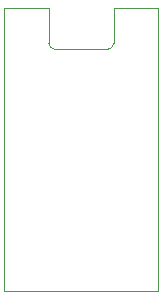
<source format=gm1>
%TF.GenerationSoftware,KiCad,Pcbnew,5.1.0*%
%TF.CreationDate,2019-04-08T01:08:53+02:00*%
%TF.ProjectId,Illumination-PLCC4,496c6c75-6d69-46e6-9174-696f6e2d504c,rev?*%
%TF.SameCoordinates,Original*%
%TF.FileFunction,Profile,NP*%
%FSLAX46Y46*%
G04 Gerber Fmt 4.6, Leading zero omitted, Abs format (unit mm)*
G04 Created by KiCad (PCBNEW 5.1.0) date 2019-04-08 01:08:53*
%MOMM*%
%LPD*%
G04 APERTURE LIST*
%ADD10C,0.100000*%
G04 APERTURE END LIST*
D10*
X143725000Y-156000000D02*
X151275000Y-156000000D01*
X144000000Y-132000000D02*
X144750000Y-132000000D01*
X150250000Y-132000000D02*
X151000000Y-132000000D01*
X145250000Y-135500000D02*
X149750000Y-135500000D01*
X141000000Y-132000000D02*
X141000000Y-156000000D01*
X144750000Y-135000000D02*
X144750000Y-132000000D01*
X150250000Y-135000000D02*
X150250000Y-132000000D01*
X154000000Y-156000000D02*
X154000000Y-132000000D01*
X150250000Y-135000000D02*
G75*
G02X149750000Y-135500000I-500000J0D01*
G01*
X145250000Y-135500000D02*
G75*
G02X144750000Y-135000000I0J500000D01*
G01*
X141000000Y-156000000D02*
X143725000Y-156000000D01*
X151275000Y-156000000D02*
X154000000Y-156000000D01*
X151000000Y-132000000D02*
X154000000Y-132000000D01*
X141000000Y-132000000D02*
X144000000Y-132000000D01*
M02*

</source>
